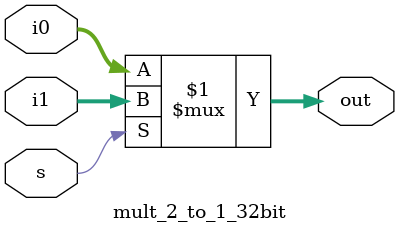
<source format=v>
module mult_2_to_1_32bit(i0, i1, s, out);
input [31:0] i0, i1;
input s;
output [31:0] out;
assign out = s ? i1:i0;
endmodule

</source>
